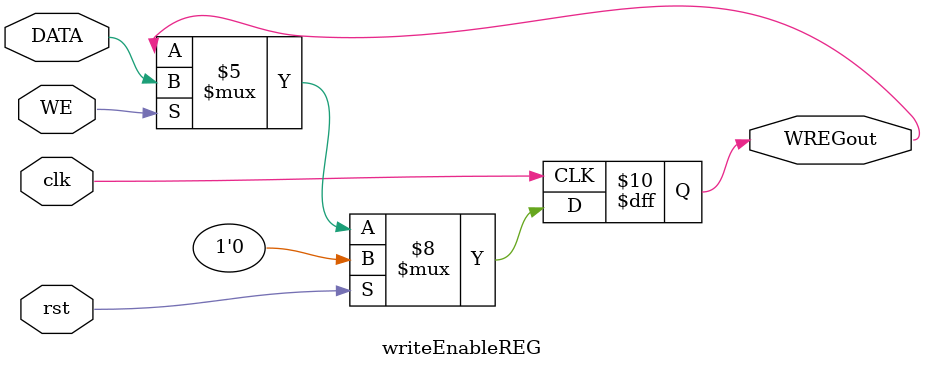
<source format=v>
module multi_cycle_datapath(
	clk,
	rst,
	//control signal inputs
	PCWrite,
	MemWrite,
	IRWrite,
	ImmSrc,
	RegWrite,
	ALUSrcA,
	AdrSrc,
	ALUControl,
	ALUSrcB,
	RegSrc,
	ResultSrc,
	
	//desmostration purpose registers
	R1out,
	R2out,
	
	//controller inputs which is output for the datapath
	ALU_flags,
	cond,
	OP,
	type,
	Rd
	
);


input wire	clk;
input wire	rst;
input wire	PCWrite;
input wire	MemWrite;
input wire	IRWrite;
input wire	ImmSrc;
input wire	RegWrite;
input wire	ALUSrcA;
input wire	[1:0] AdrSrc;
input wire	[3:0] ALUControl;
input wire	[1:0] ALUSrcB;
input wire	[2:0] RegSrc;
input wire	[1:0] ResultSrc;

output wire	[7:0] R1out;
output wire	[7:0] R2out;

output wire [1:0]  cond;
output wire [1:0]  OP;
output wire [2:0]  type;
output wire	[3:0]  ALU_flags;
output wire [2:0]  Rd;



wire	[15:0] WREGout;
wire	[3:0] X;
wire	[7:0] SYNTHESIZED_WIRE_0;
wire	[7:0] SYNTHESIZED_WIRE_31;
wire	[7:0] SYNTHESIZED_WIRE_2;
wire	[7:0] SYNTHESIZED_WIRE_3;
wire	[7:0] SYNTHESIZED_WIRE_32;
wire	[2:0] SYNTHESIZED_WIRE_5;
wire	[2:0] SYNTHESIZED_WIRE_6;
wire	[7:0] SYNTHESIZED_WIRE_33;
wire	[7:0] SYNTHESIZED_WIRE_34;
wire	[7:0] SYNTHESIZED_WIRE_9;
wire	[15:0] SYNTHESIZED_WIRE_11;
wire	[2:0] SYNTHESIZED_WIRE_12;
wire	[2:0] SYNTHESIZED_WIRE_13;
wire	[2:0] SYNTHESIZED_WIRE_14;
wire	[7:0] SYNTHESIZED_WIRE_16;
wire	[7:0] SYNTHESIZED_WIRE_17;
wire	[7:0] SYNTHESIZED_WIRE_35;
wire	[7:0] SYNTHESIZED_WIRE_22;
wire	[7:0] SYNTHESIZED_WIRE_23;
wire	[7:0] SYNTHESIZED_WIRE_24;
wire	[7:0] SYNTHESIZED_WIRE_25;
wire	[15:0] SYNTHESIZED_WIRE_36;





InstDataMemMC	b2v_inst(
	.clk(clk),
	.memWE(MemWrite),
	.memA(SYNTHESIZED_WIRE_0),
	.memWD(SYNTHESIZED_WIRE_31),
	.memRD(SYNTHESIZED_WIRE_36));


simpleREG	b2v_inst10(
	.clk(clk),
	.rst(rst),
	.DATA(SYNTHESIZED_WIRE_2),
	.SREGout(SYNTHESIZED_WIRE_9));
	defparam	b2v_inst10.W = 8;


simpleREG	b2v_inst11(
	.clk(clk),
	.rst(rst),
	.DATA(SYNTHESIZED_WIRE_3),
	.SREGout(SYNTHESIZED_WIRE_31));
	defparam	b2v_inst11.W = 8;


simpleREG	b2v_inst12(
	.clk(clk),
	.rst(rst),
	.DATA(SYNTHESIZED_WIRE_32),
	.SREGout(SYNTHESIZED_WIRE_24));
	defparam	b2v_inst12.W = 8;


muxWTwoToOne	b2v_inst13(
	.s0(RegSrc[2]),
	.I0(SYNTHESIZED_WIRE_5),
	.I1(WREGout[7:5]),
	.out(SYNTHESIZED_WIRE_12));
	defparam	b2v_inst13.W = 3;


muxWTwoToOne	b2v_inst14(
	.s0(RegSrc[1]),
	.I0(WREGout[4:2]),
	.I1(WREGout[10:8]),
	.out(SYNTHESIZED_WIRE_13));
	defparam	b2v_inst14.W = 3;


muxWTwoToOne	b2v_inst15(
	.s0(RegSrc[0]),
	.I0(WREGout[10:8]),
	.I1(SYNTHESIZED_WIRE_6),
	.out(SYNTHESIZED_WIRE_14));
	defparam	b2v_inst15.W = 3;


muxWTwoToOne	b2v_inst16(
	.s0(RegSrc[0]),
	.I0(SYNTHESIZED_WIRE_33),
	.I1(SYNTHESIZED_WIRE_34),
	.out(SYNTHESIZED_WIRE_16));
	defparam	b2v_inst16.W = 8;


extendImm	b2v_inst17(
	.ImmSrc(ImmSrc),
	.Instr70(WREGout[7:0]),
	.extendedImm(SYNTHESIZED_WIRE_22));


muxWTwoToOne	b2v_inst18(
	.s0(ALUSrcA),
	.I0(SYNTHESIZED_WIRE_9),
	.I1(SYNTHESIZED_WIRE_34),
	.out(SYNTHESIZED_WIRE_17));
	defparam	b2v_inst18.W = 8;


shrinkImm	b2v_inst19(
	.Instr150(SYNTHESIZED_WIRE_11),
	.instr70(SYNTHESIZED_WIRE_25));


RegisterFileMC	b2v_inst2(
	.clk(clk),
	.rst(rst),
	.WE(RegWrite),
	.A1(SYNTHESIZED_WIRE_12),
	.A2(SYNTHESIZED_WIRE_13),
	.A3(SYNTHESIZED_WIRE_14),
	.R6(SYNTHESIZED_WIRE_33),
	.WD3(SYNTHESIZED_WIRE_16),
	.R1(R1out),
	.R2(R2out),
	.RD1(SYNTHESIZED_WIRE_2),
	.RD2(SYNTHESIZED_WIRE_3));


ConstantValueGenerator	b2v_inst20(
	.Data_on_Bus(SYNTHESIZED_WIRE_5));
	defparam	b2v_inst20.BUS_DATA = 3'b110;
	defparam	b2v_inst20.DATA_WIDTH = 3;


ConstantValueGenerator	b2v_inst21(
	.Data_on_Bus(SYNTHESIZED_WIRE_6));
	defparam	b2v_inst21.BUS_DATA = 3'b111;
	defparam	b2v_inst21.DATA_WIDTH = 3;


ConstantValueGenerator	b2v_inst22(
	.Data_on_Bus(SYNTHESIZED_WIRE_23));
	defparam	b2v_inst22.BUS_DATA = 3'b100;
	defparam	b2v_inst22.DATA_WIDTH = 8;


ALU_MC	b2v_inst3(
	.A(SYNTHESIZED_WIRE_17),
	.ALUcontrol(ALUControl),
	.B(SYNTHESIZED_WIRE_35),
	.N(X[3]),
	.Z(X[2]),
	.CO(X[1]),
	.OVF(X[0]),
	.Y(SYNTHESIZED_WIRE_32));
	defparam	b2v_inst3.W = 8;


muxWFourToOne	b2v_inst4(
	.s0(AdrSrc[0]),
	.s1(AdrSrc[1]),
	.I0(SYNTHESIZED_WIRE_34),
	.I1(SYNTHESIZED_WIRE_33),
	
	
	.out(SYNTHESIZED_WIRE_0));
	defparam	b2v_inst4.W = 8;


muxWFourToOne	b2v_inst5(
	.s0(ALUSrcB[0]),
	.s1(ALUSrcB[1]),
	.I0(SYNTHESIZED_WIRE_31),
	.I1(SYNTHESIZED_WIRE_22),
	.I2(SYNTHESIZED_WIRE_23),
	
	.out(SYNTHESIZED_WIRE_35));
	defparam	b2v_inst5.W = 8;


muxWFourToOne	b2v_inst6(
	.s0(ResultSrc[0]),
	.s1(ResultSrc[1]),
	.I0(SYNTHESIZED_WIRE_24),
	.I1(SYNTHESIZED_WIRE_25),
	.I2(SYNTHESIZED_WIRE_32),
	.I3(SYNTHESIZED_WIRE_35),
	.out(SYNTHESIZED_WIRE_33));
	defparam	b2v_inst6.W = 8;


writeEnableREG	b2v_inst7(
	.clk(clk),
	.rst(rst),
	.WE(IRWrite),
	.DATA(SYNTHESIZED_WIRE_36),
	.WREGout(WREGout));
	defparam	b2v_inst7.W = 16;


simpleREG	b2v_inst9(
	.clk(clk),
	.rst(rst),
	.DATA(SYNTHESIZED_WIRE_36),
	.SREGout(SYNTHESIZED_WIRE_11));
	defparam	b2v_inst9.W = 16;


writeEnableREG4PC	b2v_PCregister(
	.clk(clk),
	.rst(rst),
	.WE(PCWrite),
	.DATA(SYNTHESIZED_WIRE_33),
	.WREGout(SYNTHESIZED_WIRE_34));

	//assignment for the required controller inputs
assign	ALU_flags = X;
assign cond = WREGout[1:0];
assign OP = WREGout[15:14];
assign type = WREGout[13:11];
assign  Rd=WREGout[10:8];






endmodule
/*for the pc counter initialize with 0*/
module writeEnableREG4PC (DATA,clk,rst,WREGout,WE);
input rst,clk,WE;
input [7:0] DATA;
output reg [7:0] WREGout=8'b00000000;


always @(posedge clk)//due to sync reset issue
begin
	if(rst==1)
		begin
			WREGout<=0;
		end
	
	if(WE==1)
		begin
			WREGout<=DATA;
		end
			

end

endmodule






module ALU_MC #(parameter W=8) (ALUcontrol,A,B,Y,N,Z,CO,OVF);
//negative and zero bits are affected by ALU op
//CO and OVF are affected by arithmetics
input [3:0] ALUcontrol;
input [W-1:0] A,B;
output reg [W-1:0] Y; //output
output reg CO,OVF,N,Z; //cpsr
wire [W-1:0] Bcomp=~B; //bitwise not
wire [W-1:0] Acomp=~A; //bitwise not
reg E;
always @(*)
begin
	case(ALUcontrol)
	4'b0000: //add
	begin
		//update the overflow bit according to the signs
				{CO, Y} = A + B;
					if (A[W-1] ~^ B[W-1]) //if the signs are the same
						OVF = Y[W-1] ^ A[W-1];
					else
						OVF = 0;	
						
		
	end
	4'b0001: //subt a-b
	begin
//update the overflow bit according to the signs
					{CO, Y} = A + Bcomp+1;
					if ((A[W-1] ^ B[W-1]))
						OVF = Y[W-1] ^ A[W-1];
					else
						OVF = 0;
	end
	4'b0010: 
	begin   
			Y=A&B;   //and
			CO=0;
			OVF=0;

	end
	
		4'b0011: 
	begin   
	
			Y=A|B;   //or
			CO=0;
			OVF=0;
	
			
	end
		
		4'b0100: 
	begin   
	
			Y=A^B;   //xor
			CO=0;
			OVF=0;
	
			
	end
	
	4'b0101: 
	begin   
	
			Y=0;   //clear
			CO=0;
			OVF=0;
	
			
	end
	
	4'b0110: 
	begin   
	
			Y={A[6:0],A[7]};   //rol
			CO=0;
			OVF=0;
	
			
	end
	
		4'b0111: 
	begin   
	
			Y={A[0],A[7:1]};   //ror
			CO=0;
			OVF=0;
	
			
	end
	
	
	4'b1000:  //shift left lsl
	begin
		   Y=A<<1;
			CO=0;
			OVF=0;
	end

	4'b1001:  //shift right lsr
	begin
			Y=A>>1;
			CO=0;
			OVF=0;
	end

	
	4'b1010:	
	begin
			Y={A[7],A[7:1]};   //arithmetic shift right
			CO=0;
			OVF=0;
	end
	
	
	endcase
end


always @(*)
begin
		N = Y[W-1];
		Z = ~|Y;
end

endmodule

module extendImm
(
//data,shift no needfor the extendedImm
//memory inst imm5 for the ldr and str
//memory inst imm8 for the immediate
//branch no need to extend
//input port
input  	  ImmSrc,
input  	  [7:0]	Instr70, 
//output port
output    [7:0]  extendedImm
);
//ImmSrc 1 no change
//ImmSrc 0 imm5
assign extendedImm=ImmSrc ? Instr70 :{3'b0,Instr70[4:0]};


endmodule

//DATA MEMORY

 module InstDataMemMC  
 (  	// input ports
      input                clk,  
      input     [7:0]      memA,//memory address according to the address write or read occur    
      input     [7:0]      memWD,//memory write data, it specifies the memory data which can be written  
      input                memWE,//memory write enable  
      // output port 
      output    [15:0]      memRD  
 );  
      
		
      reg 		 [15:0] 		 DATAmem  [255:0]; 	
		
		//also maximum PC value is 252
		//however PC values are 0-4-8...252
		//memWD values are extended to 16 bits 
		//initialize the memory
	
		integer i;  
      initial
		  begin  
				//instructionMemory initialization
				//we have 16 bits in the memORY it is used instruction
				//instructions

				/*	DATAmem[0]	=  16'b0010_0010_0010_0000;//and  r2=r1&r0 
					DATAmem[4]	=  16'b0110_0001_0010_0000;//lsr r1= lsr r1					
					DATAmem[8]	=  16'b0101_0001_0010_0000;//lsl r1= lsl r1
					DATAmem[12]	=  16'b0101_0001_0010_0000;//lsl r1= lsl r1
					DATAmem[16]	=  16'b0101_0001_0010_0000;//lsl r1= lsl r1
					DATAmem[20]	=  16'b0101_0001_0010_0000;//lsl r1= lsl r1
					DATAmem[24]	=  16'b0110_0001_0010_0000;//lsr r1= lsr r1*/
					DATAmem[0]	=  16'b0010_0010_0010_0000;//and  r2=r1&r0 
					DATAmem[4]	=  16'b1101_1000_0001_1100; //beq even_case then branch 40
					//beq will be added
					DATAmem[8]	=  16'b0110_0001_0010_0000;//lsr r1= lsr r1		
					DATAmem[12]	=  16'b0100_0001_0010_0000;//rol r1=rol r1
					DATAmem[16]	=  16'b0100_0001_0010_0000;//rol r1=rol r1
					DATAmem[20]	=  16'b0100_0001_0010_0000;//rol r1=rol r1
					DATAmem[24]	=  16'b0100_0001_0010_0000;//rol r1=rol r1
					DATAmem[28]	=  16'b1100_0000_0001_1100; //b jump pc+8+imm8(28)=64					

							
//even_case	
					DATAmem[40]	=  16'b0110_0001_0010_0000;//lsr r1= lsr r1					
					DATAmem[44]	=  16'b0101_0001_0010_0000;//lsl r1= lsl r1
					DATAmem[48]	=  16'b0101_0001_0010_0000;//lsl r1= lsl r1
					DATAmem[52]	=  16'b0101_0001_0010_0000;//lsl r1= lsl r1
					DATAmem[56]	=  16'b0101_0001_0010_0000;//lsl r1= lsl r1
					DATAmem[60]	=  16'b0110_0001_0010_0000;//lsr r1= lsr r1
//jump			
					DATAmem[64]	=  16'b1111_1111_1111_1111;
					
					
					
					
					
					
//data memory initialization
//data initialization
//instructions at the 0 4 8 12 ... 252 therefore others can be assigned randomly
           for(i=0;i<256;i=i+1)  
			  begin
					if(i%3'd4!=0)
						begin
							DATAmem[i] = i; 
						end
			  end
                
		  end  
			/*	
		initial begin
		$readmemh("memory.txt",DATAmem,0,255);
		end 
					*/
    

		//memory write operation
      always @(posedge clk) begin  
           if (memWE)  
			  begin
               DATAmem[memA] = {8'b0,memWD};//extended value is stored the memory 
			  end 
			  else
			  begin
			  //nothing
			  end
      end 
		
      assign memRD = DATAmem[memA]; //it provides the data which is specified by the address  
		
 endmodule  
 
 
 
/*
Implement a W-bit 2 to 1 and a W-bit 4 to 1 multiplexers, where W is a parameter specifying the
data width of the input.
*/
module muxWFourToOne #(parameter W=1)(s0,s1,I0,I1,I2,I3,out);

input s0;
input s1;
input [W-1:0] I0;
input [W-1:0] I1;
input [W-1:0] I2;
input [W-1:0] I3;

output reg [W-1:0] out;
wire [1:0] sel ={s1,s0};



always @(s0 or s1 or I0 or I1 or I2 or I3)
	begin
		 case (sel)
		 2'b00 : out = I0; 
		 2'b01 : out = I1; 
		 2'b10 : out = I2; 
		 2'b11 : out = I3; 
		 endcase
	end

endmodule



/*
Implement a W-bit 2 to 1 and a W-bit 4 to 1 multiplexers, where W is a parameter specifying the
data width of the input.
*/
module muxWTwoToOne #(parameter W=1)(s0,I1,I0,out);

input [W-1:0] I1;
input [W-1:0] I0;
input s0;
output [W-1:0] out;

assign out=s0 ? I1 : I0;

endmodule



module RegisterFileMC
 (   //input ports
      input                    clk,  
      input                    rst,  
      input                    WE,  //write enable signal
      input          [2:0]     A1 ,  
		input          [2:0]     A2,  
		input          [2:0]     A3,  
      input          [7:0]    WD3,  
      //output ports 
      output         [7:0]    RD1,    
      output         [7:0]    RD2,
		
		//demostration purposes
		output         [7:0]    R1,    
      output         [7:0]    R2,
		
		input 			[7:0]	   R6
 );  
      
		
		reg     			[7:0]    register_R [7:0]; //8 bits width and 8 bits length  
   
      always @ (posedge clk or posedge rst) begin  
		
           if(rst) begin  
			      //general purpose registers
               register_R[0] = 8'b00000001; //for detect 0 or not
					register_R[1] = 8'b10110111; //odd number 
					register_R[2] = 8'b0;
					register_R[3] = 8'b00001111; //15
					register_R[4] = 8'b00011111; //31
					register_R[5] = 8'b00111111; //63
					
					
					//link register
					register_R[7] = 8'b0;
					
					//pc represent the r6
					
           end  
			  
           else 
			  begin  
                if(WE) 
					 begin
                     register_R[A3] <= WD3;  //if WE is equal to 1 then corresponding register is written
                end  
           end  
			  
      end  
      assign RD1 = (A1==3'b110) ? R6:register_R[A1];  //read data 1
      assign RD2 = register_R[A2];  //read data 2
		assign R1 = register_R[1]; 
      assign R2 = register_R[2]; 
 endmodule   

 module shrinkImm
(

input  	 [15:0]	Instr150, 
//output port
output    [7:0]  instr70
);

assign instr70=Instr150[7:0];


endmodule
 

//it creates the constant value
module ConstantValueGenerator #(parameter DATA_WIDTH = 1,parameter BUS_DATA = 0) ( 
//port declerations
output wire [DATA_WIDTH-1:0] Data_on_Bus 
);
//assign DATA_BUS to the bus
assign Data_on_Bus [DATA_WIDTH-1:0]=BUS_DATA;

endmodule

module simpleREG #(parameter W=1) (DATA,clk,rst,SREGout);
input rst,clk;
input [W-1:0] DATA;
output reg [W-1:0] SREGout;


always @(posedge clk)
begin
	if(rst==1)
		begin
			SREGout<=0;
		end
	else
		begin
		
			SREGout<=DATA;
		end

end

endmodule


module writeEnableREG #(parameter W=1) (DATA,clk,rst,WREGout,WE);
input rst,clk,WE;
input [W-1:0] DATA;
output reg [W-1:0] WREGout;


always @(posedge clk)//due to sync reset issue
begin
	if(rst==1)
		begin
			WREGout<=0;
		end
	else
		begin
		
			if(WE==1)
				begin
					WREGout<=DATA;
				end
			
		end

end

endmodule

</source>
